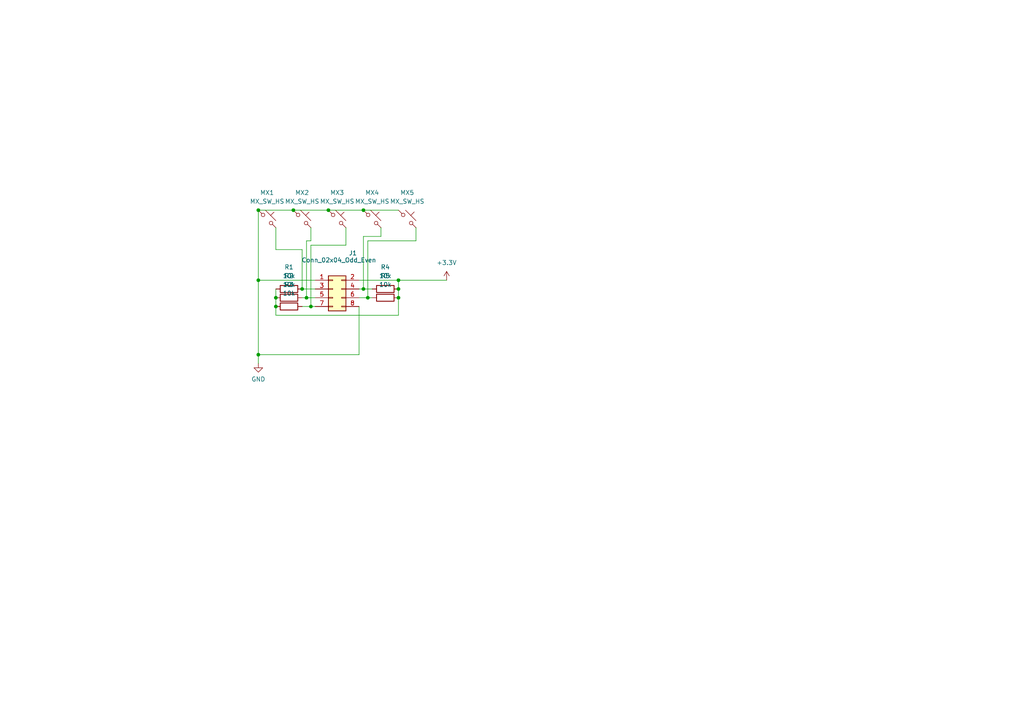
<source format=kicad_sch>
(kicad_sch
	(version 20250114)
	(generator "eeschema")
	(generator_version "9.0")
	(uuid "30781491-dbd5-4182-9b32-4fd32e681420")
	(paper "A4")
	(lib_symbols
		(symbol "Connector_Generic:Conn_02x04_Odd_Even"
			(pin_names
				(offset 1.016)
				(hide yes)
			)
			(exclude_from_sim no)
			(in_bom yes)
			(on_board yes)
			(property "Reference" "J"
				(at 1.27 5.08 0)
				(effects
					(font
						(size 1.27 1.27)
					)
				)
			)
			(property "Value" "Conn_02x04_Odd_Even"
				(at 1.27 -7.62 0)
				(effects
					(font
						(size 1.27 1.27)
					)
				)
			)
			(property "Footprint" ""
				(at 0 0 0)
				(effects
					(font
						(size 1.27 1.27)
					)
					(hide yes)
				)
			)
			(property "Datasheet" "~"
				(at 0 0 0)
				(effects
					(font
						(size 1.27 1.27)
					)
					(hide yes)
				)
			)
			(property "Description" "Generic connector, double row, 02x04, odd/even pin numbering scheme (row 1 odd numbers, row 2 even numbers), script generated (kicad-library-utils/schlib/autogen/connector/)"
				(at 0 0 0)
				(effects
					(font
						(size 1.27 1.27)
					)
					(hide yes)
				)
			)
			(property "ki_keywords" "connector"
				(at 0 0 0)
				(effects
					(font
						(size 1.27 1.27)
					)
					(hide yes)
				)
			)
			(property "ki_fp_filters" "Connector*:*_2x??_*"
				(at 0 0 0)
				(effects
					(font
						(size 1.27 1.27)
					)
					(hide yes)
				)
			)
			(symbol "Conn_02x04_Odd_Even_1_1"
				(rectangle
					(start -1.27 3.81)
					(end 3.81 -6.35)
					(stroke
						(width 0.254)
						(type default)
					)
					(fill
						(type background)
					)
				)
				(rectangle
					(start -1.27 2.667)
					(end 0 2.413)
					(stroke
						(width 0.1524)
						(type default)
					)
					(fill
						(type none)
					)
				)
				(rectangle
					(start -1.27 0.127)
					(end 0 -0.127)
					(stroke
						(width 0.1524)
						(type default)
					)
					(fill
						(type none)
					)
				)
				(rectangle
					(start -1.27 -2.413)
					(end 0 -2.667)
					(stroke
						(width 0.1524)
						(type default)
					)
					(fill
						(type none)
					)
				)
				(rectangle
					(start -1.27 -4.953)
					(end 0 -5.207)
					(stroke
						(width 0.1524)
						(type default)
					)
					(fill
						(type none)
					)
				)
				(rectangle
					(start 3.81 2.667)
					(end 2.54 2.413)
					(stroke
						(width 0.1524)
						(type default)
					)
					(fill
						(type none)
					)
				)
				(rectangle
					(start 3.81 0.127)
					(end 2.54 -0.127)
					(stroke
						(width 0.1524)
						(type default)
					)
					(fill
						(type none)
					)
				)
				(rectangle
					(start 3.81 -2.413)
					(end 2.54 -2.667)
					(stroke
						(width 0.1524)
						(type default)
					)
					(fill
						(type none)
					)
				)
				(rectangle
					(start 3.81 -4.953)
					(end 2.54 -5.207)
					(stroke
						(width 0.1524)
						(type default)
					)
					(fill
						(type none)
					)
				)
				(pin passive line
					(at -5.08 2.54 0)
					(length 3.81)
					(name "Pin_1"
						(effects
							(font
								(size 1.27 1.27)
							)
						)
					)
					(number "1"
						(effects
							(font
								(size 1.27 1.27)
							)
						)
					)
				)
				(pin passive line
					(at -5.08 0 0)
					(length 3.81)
					(name "Pin_3"
						(effects
							(font
								(size 1.27 1.27)
							)
						)
					)
					(number "3"
						(effects
							(font
								(size 1.27 1.27)
							)
						)
					)
				)
				(pin passive line
					(at -5.08 -2.54 0)
					(length 3.81)
					(name "Pin_5"
						(effects
							(font
								(size 1.27 1.27)
							)
						)
					)
					(number "5"
						(effects
							(font
								(size 1.27 1.27)
							)
						)
					)
				)
				(pin passive line
					(at -5.08 -5.08 0)
					(length 3.81)
					(name "Pin_7"
						(effects
							(font
								(size 1.27 1.27)
							)
						)
					)
					(number "7"
						(effects
							(font
								(size 1.27 1.27)
							)
						)
					)
				)
				(pin passive line
					(at 7.62 2.54 180)
					(length 3.81)
					(name "Pin_2"
						(effects
							(font
								(size 1.27 1.27)
							)
						)
					)
					(number "2"
						(effects
							(font
								(size 1.27 1.27)
							)
						)
					)
				)
				(pin passive line
					(at 7.62 0 180)
					(length 3.81)
					(name "Pin_4"
						(effects
							(font
								(size 1.27 1.27)
							)
						)
					)
					(number "4"
						(effects
							(font
								(size 1.27 1.27)
							)
						)
					)
				)
				(pin passive line
					(at 7.62 -2.54 180)
					(length 3.81)
					(name "Pin_6"
						(effects
							(font
								(size 1.27 1.27)
							)
						)
					)
					(number "6"
						(effects
							(font
								(size 1.27 1.27)
							)
						)
					)
				)
				(pin passive line
					(at 7.62 -5.08 180)
					(length 3.81)
					(name "Pin_8"
						(effects
							(font
								(size 1.27 1.27)
							)
						)
					)
					(number "8"
						(effects
							(font
								(size 1.27 1.27)
							)
						)
					)
				)
			)
			(embedded_fonts no)
		)
		(symbol "Device:R"
			(pin_numbers
				(hide yes)
			)
			(pin_names
				(offset 0)
			)
			(exclude_from_sim no)
			(in_bom yes)
			(on_board yes)
			(property "Reference" "R"
				(at 2.032 0 90)
				(effects
					(font
						(size 1.27 1.27)
					)
				)
			)
			(property "Value" "R"
				(at 0 0 90)
				(effects
					(font
						(size 1.27 1.27)
					)
				)
			)
			(property "Footprint" ""
				(at -1.778 0 90)
				(effects
					(font
						(size 1.27 1.27)
					)
					(hide yes)
				)
			)
			(property "Datasheet" "~"
				(at 0 0 0)
				(effects
					(font
						(size 1.27 1.27)
					)
					(hide yes)
				)
			)
			(property "Description" "Resistor"
				(at 0 0 0)
				(effects
					(font
						(size 1.27 1.27)
					)
					(hide yes)
				)
			)
			(property "ki_keywords" "R res resistor"
				(at 0 0 0)
				(effects
					(font
						(size 1.27 1.27)
					)
					(hide yes)
				)
			)
			(property "ki_fp_filters" "R_*"
				(at 0 0 0)
				(effects
					(font
						(size 1.27 1.27)
					)
					(hide yes)
				)
			)
			(symbol "R_0_1"
				(rectangle
					(start -1.016 -2.54)
					(end 1.016 2.54)
					(stroke
						(width 0.254)
						(type default)
					)
					(fill
						(type none)
					)
				)
			)
			(symbol "R_1_1"
				(pin passive line
					(at 0 3.81 270)
					(length 1.27)
					(name "~"
						(effects
							(font
								(size 1.27 1.27)
							)
						)
					)
					(number "1"
						(effects
							(font
								(size 1.27 1.27)
							)
						)
					)
				)
				(pin passive line
					(at 0 -3.81 90)
					(length 1.27)
					(name "~"
						(effects
							(font
								(size 1.27 1.27)
							)
						)
					)
					(number "2"
						(effects
							(font
								(size 1.27 1.27)
							)
						)
					)
				)
			)
			(embedded_fonts no)
		)
		(symbol "PCM_marbastlib-mx:MX_SW_HS_CPG151101S11"
			(pin_numbers
				(hide yes)
			)
			(pin_names
				(offset 1.016)
				(hide yes)
			)
			(exclude_from_sim no)
			(in_bom yes)
			(on_board yes)
			(property "Reference" "MX"
				(at 3.048 1.016 0)
				(effects
					(font
						(size 1.27 1.27)
					)
					(justify left)
				)
			)
			(property "Value" "MX_SW_HS"
				(at 0 -3.81 0)
				(effects
					(font
						(size 1.27 1.27)
					)
				)
			)
			(property "Footprint" "PCM_marbastlib-mx:SW_MX_HS_CPG151101S11_1u"
				(at 0 0 0)
				(effects
					(font
						(size 1.27 1.27)
					)
					(hide yes)
				)
			)
			(property "Datasheet" "~"
				(at 0 0 0)
				(effects
					(font
						(size 1.27 1.27)
					)
					(hide yes)
				)
			)
			(property "Description" "Push button switch, normally open, two pins, 45° tilted, Kailh CPG151101S11 for Cherry MX style switches"
				(at 0 0 0)
				(effects
					(font
						(size 1.27 1.27)
					)
					(hide yes)
				)
			)
			(property "ki_keywords" "switch normally-open pushbutton push-button"
				(at 0 0 0)
				(effects
					(font
						(size 1.27 1.27)
					)
					(hide yes)
				)
			)
			(symbol "MX_SW_HS_CPG151101S11_0_1"
				(polyline
					(pts
						(xy -2.54 2.54) (xy -1.524 1.524) (xy -1.524 1.524)
					)
					(stroke
						(width 0)
						(type default)
					)
					(fill
						(type none)
					)
				)
				(circle
					(center -1.1684 1.1684)
					(radius 0.508)
					(stroke
						(width 0)
						(type default)
					)
					(fill
						(type none)
					)
				)
				(polyline
					(pts
						(xy -0.508 2.54) (xy 2.54 -0.508)
					)
					(stroke
						(width 0)
						(type default)
					)
					(fill
						(type none)
					)
				)
				(polyline
					(pts
						(xy 1.016 1.016) (xy 2.032 2.032)
					)
					(stroke
						(width 0)
						(type default)
					)
					(fill
						(type none)
					)
				)
				(circle
					(center 1.143 -1.1938)
					(radius 0.508)
					(stroke
						(width 0)
						(type default)
					)
					(fill
						(type none)
					)
				)
				(polyline
					(pts
						(xy 1.524 -1.524) (xy 2.54 -2.54) (xy 2.54 -2.54) (xy 2.54 -2.54)
					)
					(stroke
						(width 0)
						(type default)
					)
					(fill
						(type none)
					)
				)
				(pin passive line
					(at -2.54 2.54 0)
					(length 0)
					(name "1"
						(effects
							(font
								(size 1.27 1.27)
							)
						)
					)
					(number "1"
						(effects
							(font
								(size 1.27 1.27)
							)
						)
					)
				)
				(pin passive line
					(at 2.54 -2.54 180)
					(length 0)
					(name "2"
						(effects
							(font
								(size 1.27 1.27)
							)
						)
					)
					(number "2"
						(effects
							(font
								(size 1.27 1.27)
							)
						)
					)
				)
			)
			(embedded_fonts no)
		)
		(symbol "power:+3.3V"
			(power)
			(pin_numbers
				(hide yes)
			)
			(pin_names
				(offset 0)
				(hide yes)
			)
			(exclude_from_sim no)
			(in_bom yes)
			(on_board yes)
			(property "Reference" "#PWR"
				(at 0 -3.81 0)
				(effects
					(font
						(size 1.27 1.27)
					)
					(hide yes)
				)
			)
			(property "Value" "+3.3V"
				(at 0 3.556 0)
				(effects
					(font
						(size 1.27 1.27)
					)
				)
			)
			(property "Footprint" ""
				(at 0 0 0)
				(effects
					(font
						(size 1.27 1.27)
					)
					(hide yes)
				)
			)
			(property "Datasheet" ""
				(at 0 0 0)
				(effects
					(font
						(size 1.27 1.27)
					)
					(hide yes)
				)
			)
			(property "Description" "Power symbol creates a global label with name \"+3.3V\""
				(at 0 0 0)
				(effects
					(font
						(size 1.27 1.27)
					)
					(hide yes)
				)
			)
			(property "ki_keywords" "global power"
				(at 0 0 0)
				(effects
					(font
						(size 1.27 1.27)
					)
					(hide yes)
				)
			)
			(symbol "+3.3V_0_1"
				(polyline
					(pts
						(xy -0.762 1.27) (xy 0 2.54)
					)
					(stroke
						(width 0)
						(type default)
					)
					(fill
						(type none)
					)
				)
				(polyline
					(pts
						(xy 0 2.54) (xy 0.762 1.27)
					)
					(stroke
						(width 0)
						(type default)
					)
					(fill
						(type none)
					)
				)
				(polyline
					(pts
						(xy 0 0) (xy 0 2.54)
					)
					(stroke
						(width 0)
						(type default)
					)
					(fill
						(type none)
					)
				)
			)
			(symbol "+3.3V_1_1"
				(pin power_in line
					(at 0 0 90)
					(length 0)
					(name "~"
						(effects
							(font
								(size 1.27 1.27)
							)
						)
					)
					(number "1"
						(effects
							(font
								(size 1.27 1.27)
							)
						)
					)
				)
			)
			(embedded_fonts no)
		)
		(symbol "power:GND"
			(power)
			(pin_numbers
				(hide yes)
			)
			(pin_names
				(offset 0)
				(hide yes)
			)
			(exclude_from_sim no)
			(in_bom yes)
			(on_board yes)
			(property "Reference" "#PWR"
				(at 0 -6.35 0)
				(effects
					(font
						(size 1.27 1.27)
					)
					(hide yes)
				)
			)
			(property "Value" "GND"
				(at 0 -3.81 0)
				(effects
					(font
						(size 1.27 1.27)
					)
				)
			)
			(property "Footprint" ""
				(at 0 0 0)
				(effects
					(font
						(size 1.27 1.27)
					)
					(hide yes)
				)
			)
			(property "Datasheet" ""
				(at 0 0 0)
				(effects
					(font
						(size 1.27 1.27)
					)
					(hide yes)
				)
			)
			(property "Description" "Power symbol creates a global label with name \"GND\" , ground"
				(at 0 0 0)
				(effects
					(font
						(size 1.27 1.27)
					)
					(hide yes)
				)
			)
			(property "ki_keywords" "global power"
				(at 0 0 0)
				(effects
					(font
						(size 1.27 1.27)
					)
					(hide yes)
				)
			)
			(symbol "GND_0_1"
				(polyline
					(pts
						(xy 0 0) (xy 0 -1.27) (xy 1.27 -1.27) (xy 0 -2.54) (xy -1.27 -1.27) (xy 0 -1.27)
					)
					(stroke
						(width 0)
						(type default)
					)
					(fill
						(type none)
					)
				)
			)
			(symbol "GND_1_1"
				(pin power_in line
					(at 0 0 270)
					(length 0)
					(name "~"
						(effects
							(font
								(size 1.27 1.27)
							)
						)
					)
					(number "1"
						(effects
							(font
								(size 1.27 1.27)
							)
						)
					)
				)
			)
			(embedded_fonts no)
		)
	)
	(junction
		(at 105.41 83.82)
		(diameter 0)
		(color 0 0 0 0)
		(uuid "1a1c0bc9-74dd-4083-95f0-655f3e82e55b")
	)
	(junction
		(at 106.68 86.36)
		(diameter 0)
		(color 0 0 0 0)
		(uuid "200d5750-9634-4341-a2cb-d8f3b6275029")
	)
	(junction
		(at 80.01 86.36)
		(diameter 0)
		(color 0 0 0 0)
		(uuid "6b96a83e-842c-4431-b9b1-843b57066565")
	)
	(junction
		(at 90.17 88.9)
		(diameter 0)
		(color 0 0 0 0)
		(uuid "6d893d8e-f271-4bab-b5af-165125fadd7b")
	)
	(junction
		(at 115.57 86.36)
		(diameter 0)
		(color 0 0 0 0)
		(uuid "6f984247-1c45-4917-ae47-5a61780dd40e")
	)
	(junction
		(at 88.9 86.36)
		(diameter 0)
		(color 0 0 0 0)
		(uuid "73f6400b-bd43-41f7-866d-611c63e5ea41")
	)
	(junction
		(at 115.57 83.82)
		(diameter 0)
		(color 0 0 0 0)
		(uuid "7c036770-13b3-4532-b1e1-a308eb6f74f0")
	)
	(junction
		(at 74.93 81.28)
		(diameter 0)
		(color 0 0 0 0)
		(uuid "890be3a3-a745-4ef7-a2cc-21e5de2485b1")
	)
	(junction
		(at 74.93 60.96)
		(diameter 0)
		(color 0 0 0 0)
		(uuid "afbd8c7c-0fa7-4a98-b8b8-72a4d7e03b13")
	)
	(junction
		(at 105.41 60.96)
		(diameter 0)
		(color 0 0 0 0)
		(uuid "b841670d-bd1e-4f9b-83a2-c7ea6752780c")
	)
	(junction
		(at 80.01 88.9)
		(diameter 0)
		(color 0 0 0 0)
		(uuid "b9937786-df75-4823-9eb1-6a78b86c878e")
	)
	(junction
		(at 95.25 60.96)
		(diameter 0)
		(color 0 0 0 0)
		(uuid "c86b4cfe-b9f3-4a73-8f42-2111c329b4d1")
	)
	(junction
		(at 74.93 102.87)
		(diameter 0)
		(color 0 0 0 0)
		(uuid "c9a0d120-027a-498c-848c-713784e546bb")
	)
	(junction
		(at 85.09 60.96)
		(diameter 0)
		(color 0 0 0 0)
		(uuid "e2f48749-7f17-427e-bb1f-b850eeda7c82")
	)
	(junction
		(at 115.57 81.28)
		(diameter 0)
		(color 0 0 0 0)
		(uuid "f98187d5-4b31-46c0-8d5e-fe11373aabaf")
	)
	(junction
		(at 87.63 83.82)
		(diameter 0)
		(color 0 0 0 0)
		(uuid "fba69325-afb8-48c1-ae71-c2feb4e80378")
	)
	(wire
		(pts
			(xy 95.25 60.96) (xy 105.41 60.96)
		)
		(stroke
			(width 0)
			(type default)
		)
		(uuid "004c67a0-89fc-4baa-a0df-2260453b643f")
	)
	(wire
		(pts
			(xy 80.01 66.04) (xy 80.01 72.39)
		)
		(stroke
			(width 0)
			(type default)
		)
		(uuid "0518e0e0-383a-408b-8a31-9fffff5e1cdc")
	)
	(wire
		(pts
			(xy 88.9 69.85) (xy 88.9 86.36)
		)
		(stroke
			(width 0)
			(type default)
		)
		(uuid "13c963fd-134f-40c5-b24a-01945523e78b")
	)
	(wire
		(pts
			(xy 105.41 68.58) (xy 105.41 83.82)
		)
		(stroke
			(width 0)
			(type default)
		)
		(uuid "17f745cc-be71-4688-ad1c-ba84e82c81dd")
	)
	(wire
		(pts
			(xy 100.33 71.12) (xy 90.17 71.12)
		)
		(stroke
			(width 0)
			(type default)
		)
		(uuid "191f2cd9-06c8-4cb3-a1db-d9bb508d06b4")
	)
	(wire
		(pts
			(xy 104.14 81.28) (xy 115.57 81.28)
		)
		(stroke
			(width 0)
			(type default)
		)
		(uuid "1d800c00-fb3c-491f-95f2-dc77163f9fbf")
	)
	(wire
		(pts
			(xy 104.14 86.36) (xy 106.68 86.36)
		)
		(stroke
			(width 0)
			(type default)
		)
		(uuid "1f9300ee-37c0-4f7e-9dd0-463bfa61752d")
	)
	(wire
		(pts
			(xy 104.14 102.87) (xy 104.14 88.9)
		)
		(stroke
			(width 0)
			(type default)
		)
		(uuid "2561f65b-2279-4f76-8dd8-a1fa5ba979c3")
	)
	(wire
		(pts
			(xy 74.93 60.96) (xy 85.09 60.96)
		)
		(stroke
			(width 0)
			(type default)
		)
		(uuid "2891e8c1-af26-41b8-8520-dbc69460080b")
	)
	(wire
		(pts
			(xy 106.68 86.36) (xy 107.95 86.36)
		)
		(stroke
			(width 0)
			(type default)
		)
		(uuid "2e80911a-4795-4143-b31e-1d073dd18de1")
	)
	(wire
		(pts
			(xy 115.57 81.28) (xy 129.54 81.28)
		)
		(stroke
			(width 0)
			(type default)
		)
		(uuid "3070c8f3-e4da-461b-a6e3-12fbc87bee22")
	)
	(wire
		(pts
			(xy 74.93 60.96) (xy 74.93 81.28)
		)
		(stroke
			(width 0)
			(type default)
		)
		(uuid "330ef80a-c69c-4cd0-8806-a26100a9e7ef")
	)
	(wire
		(pts
			(xy 80.01 91.44) (xy 115.57 91.44)
		)
		(stroke
			(width 0)
			(type default)
		)
		(uuid "383a8e8e-5b52-4fa0-8986-2ae45fc8f06e")
	)
	(wire
		(pts
			(xy 106.68 69.85) (xy 106.68 86.36)
		)
		(stroke
			(width 0)
			(type default)
		)
		(uuid "4742c7b2-371b-4cc4-87bb-187737cfc8b0")
	)
	(wire
		(pts
			(xy 88.9 86.36) (xy 91.44 86.36)
		)
		(stroke
			(width 0)
			(type default)
		)
		(uuid "4838568d-b346-42f1-9dfb-3912820c0a37")
	)
	(wire
		(pts
			(xy 105.41 60.96) (xy 115.57 60.96)
		)
		(stroke
			(width 0)
			(type default)
		)
		(uuid "4c0f334a-ea74-4a4a-8b2a-dbfb62ca4cf5")
	)
	(wire
		(pts
			(xy 80.01 88.9) (xy 80.01 91.44)
		)
		(stroke
			(width 0)
			(type default)
		)
		(uuid "51b9eb4a-dff0-4fad-8e75-108ac75be70e")
	)
	(wire
		(pts
			(xy 120.65 69.85) (xy 120.65 66.04)
		)
		(stroke
			(width 0)
			(type default)
		)
		(uuid "556bc9e8-fe52-4f43-8318-83e00843b01a")
	)
	(wire
		(pts
			(xy 80.01 83.82) (xy 80.01 86.36)
		)
		(stroke
			(width 0)
			(type default)
		)
		(uuid "6d74a88e-3122-47e6-8ea1-8b87000995b3")
	)
	(wire
		(pts
			(xy 85.09 60.96) (xy 95.25 60.96)
		)
		(stroke
			(width 0)
			(type default)
		)
		(uuid "6d92d323-8fb3-4449-9070-b2af7ed564dd")
	)
	(wire
		(pts
			(xy 106.68 69.85) (xy 120.65 69.85)
		)
		(stroke
			(width 0)
			(type default)
		)
		(uuid "6e46cc9c-3b05-4334-9dad-4f2a7470687c")
	)
	(wire
		(pts
			(xy 87.63 83.82) (xy 91.44 83.82)
		)
		(stroke
			(width 0)
			(type default)
		)
		(uuid "6ee3028e-c025-4367-9ab2-376cb08855c5")
	)
	(wire
		(pts
			(xy 80.01 86.36) (xy 80.01 88.9)
		)
		(stroke
			(width 0)
			(type default)
		)
		(uuid "6f364fb7-dca9-43a1-aa9e-ef6a4f0faa90")
	)
	(wire
		(pts
			(xy 74.93 81.28) (xy 74.93 102.87)
		)
		(stroke
			(width 0)
			(type default)
		)
		(uuid "6f96c315-548e-469c-8133-98ce1c2d0715")
	)
	(wire
		(pts
			(xy 90.17 69.85) (xy 90.17 66.04)
		)
		(stroke
			(width 0)
			(type default)
		)
		(uuid "79fcb236-7642-4b8a-a86a-2da9925ce8ac")
	)
	(wire
		(pts
			(xy 80.01 72.39) (xy 87.63 72.39)
		)
		(stroke
			(width 0)
			(type default)
		)
		(uuid "9f365546-595a-4a2a-b3cb-5319eeb9d28f")
	)
	(wire
		(pts
			(xy 105.41 83.82) (xy 104.14 83.82)
		)
		(stroke
			(width 0)
			(type default)
		)
		(uuid "a81c87be-064c-415a-b2d5-fc8275db05a0")
	)
	(wire
		(pts
			(xy 115.57 86.36) (xy 115.57 91.44)
		)
		(stroke
			(width 0)
			(type default)
		)
		(uuid "a95b34f9-b457-4322-9d7f-cd4e887f23d7")
	)
	(wire
		(pts
			(xy 88.9 69.85) (xy 90.17 69.85)
		)
		(stroke
			(width 0)
			(type default)
		)
		(uuid "aa1ee177-266c-4a8b-b8e0-9c6ec597a1a2")
	)
	(wire
		(pts
			(xy 74.93 102.87) (xy 104.14 102.87)
		)
		(stroke
			(width 0)
			(type default)
		)
		(uuid "b9f37878-9aaf-4bbf-9418-c2346e6771dc")
	)
	(wire
		(pts
			(xy 110.49 68.58) (xy 105.41 68.58)
		)
		(stroke
			(width 0)
			(type default)
		)
		(uuid "c23aac07-23ab-4854-b65a-c42673fc6972")
	)
	(wire
		(pts
			(xy 90.17 71.12) (xy 90.17 88.9)
		)
		(stroke
			(width 0)
			(type default)
		)
		(uuid "ca845975-3794-47f0-9da4-044a3e97148a")
	)
	(wire
		(pts
			(xy 110.49 66.04) (xy 110.49 68.58)
		)
		(stroke
			(width 0)
			(type default)
		)
		(uuid "d0845585-8370-4453-8878-0be957ebb6ca")
	)
	(wire
		(pts
			(xy 74.93 81.28) (xy 91.44 81.28)
		)
		(stroke
			(width 0)
			(type default)
		)
		(uuid "d883dc00-411c-4c86-892c-10082ee8f1b0")
	)
	(wire
		(pts
			(xy 100.33 66.04) (xy 100.33 71.12)
		)
		(stroke
			(width 0)
			(type default)
		)
		(uuid "db9812a8-4c52-429d-b526-e55f84f3b822")
	)
	(wire
		(pts
			(xy 87.63 86.36) (xy 88.9 86.36)
		)
		(stroke
			(width 0)
			(type default)
		)
		(uuid "dc920857-d9a5-4286-84a3-bbf4f298c15d")
	)
	(wire
		(pts
			(xy 115.57 83.82) (xy 115.57 86.36)
		)
		(stroke
			(width 0)
			(type default)
		)
		(uuid "df2b1346-946c-4329-8a1c-64339ab633df")
	)
	(wire
		(pts
			(xy 74.93 105.41) (xy 74.93 102.87)
		)
		(stroke
			(width 0)
			(type default)
		)
		(uuid "e17c5d7b-7e10-4d60-812a-fd114113c1d7")
	)
	(wire
		(pts
			(xy 107.95 83.82) (xy 105.41 83.82)
		)
		(stroke
			(width 0)
			(type default)
		)
		(uuid "e35c64cf-2586-4b64-9dee-8e01b3c53627")
	)
	(wire
		(pts
			(xy 90.17 88.9) (xy 91.44 88.9)
		)
		(stroke
			(width 0)
			(type default)
		)
		(uuid "e619604d-de31-4da8-858c-315711c04930")
	)
	(wire
		(pts
			(xy 87.63 72.39) (xy 87.63 83.82)
		)
		(stroke
			(width 0)
			(type default)
		)
		(uuid "f55b469b-4994-414c-a1f9-202fb08c9aae")
	)
	(wire
		(pts
			(xy 115.57 81.28) (xy 115.57 83.82)
		)
		(stroke
			(width 0)
			(type default)
		)
		(uuid "f90e3966-f8b7-4067-a011-72a9a09398b9")
	)
	(wire
		(pts
			(xy 87.63 88.9) (xy 90.17 88.9)
		)
		(stroke
			(width 0)
			(type default)
		)
		(uuid "fe09977a-a2cd-4adc-9d4e-b0203c9c3f85")
	)
	(symbol
		(lib_id "PCM_marbastlib-mx:MX_SW_HS_CPG151101S11")
		(at 87.63 63.5 0)
		(unit 1)
		(exclude_from_sim no)
		(in_bom yes)
		(on_board yes)
		(dnp no)
		(fields_autoplaced yes)
		(uuid "1a308912-df6c-4695-b34e-46b4bbc1349d")
		(property "Reference" "MX2"
			(at 87.63 55.88 0)
			(effects
				(font
					(size 1.27 1.27)
				)
			)
		)
		(property "Value" "MX_SW_HS"
			(at 87.63 58.42 0)
			(effects
				(font
					(size 1.27 1.27)
				)
			)
		)
		(property "Footprint" "PCM_marbastlib-mx:SW_MX_HS_CPG151101S11_1u"
			(at 87.63 63.5 0)
			(effects
				(font
					(size 1.27 1.27)
				)
				(hide yes)
			)
		)
		(property "Datasheet" "~"
			(at 87.63 63.5 0)
			(effects
				(font
					(size 1.27 1.27)
				)
				(hide yes)
			)
		)
		(property "Description" "Push button switch, normally open, two pins, 45° tilted, Kailh CPG151101S11 for Cherry MX style switches"
			(at 87.63 63.5 0)
			(effects
				(font
					(size 1.27 1.27)
				)
				(hide yes)
			)
		)
		(pin "2"
			(uuid "f783bf02-7413-4136-8a47-c15044476ba7")
		)
		(pin "1"
			(uuid "64905b00-9c1f-4a23-8556-6aecf7c0055e")
		)
		(instances
			(project "midi_button"
				(path "/30781491-dbd5-4182-9b32-4fd32e681420"
					(reference "MX2")
					(unit 1)
				)
			)
		)
	)
	(symbol
		(lib_id "power:+3.3V")
		(at 129.54 81.28 0)
		(unit 1)
		(exclude_from_sim no)
		(in_bom yes)
		(on_board yes)
		(dnp no)
		(fields_autoplaced yes)
		(uuid "3dd4c618-0100-4292-97c6-ba333005822f")
		(property "Reference" "#PWR01"
			(at 129.54 85.09 0)
			(effects
				(font
					(size 1.27 1.27)
				)
				(hide yes)
			)
		)
		(property "Value" "+3.3V"
			(at 129.54 76.2 0)
			(effects
				(font
					(size 1.27 1.27)
				)
			)
		)
		(property "Footprint" ""
			(at 129.54 81.28 0)
			(effects
				(font
					(size 1.27 1.27)
				)
				(hide yes)
			)
		)
		(property "Datasheet" ""
			(at 129.54 81.28 0)
			(effects
				(font
					(size 1.27 1.27)
				)
				(hide yes)
			)
		)
		(property "Description" "Power symbol creates a global label with name \"+3.3V\""
			(at 129.54 81.28 0)
			(effects
				(font
					(size 1.27 1.27)
				)
				(hide yes)
			)
		)
		(pin "1"
			(uuid "fc4dfd69-4b7a-4945-b1a0-c71827fdec7c")
		)
		(instances
			(project ""
				(path "/30781491-dbd5-4182-9b32-4fd32e681420"
					(reference "#PWR01")
					(unit 1)
				)
			)
		)
	)
	(symbol
		(lib_id "Device:R")
		(at 111.76 86.36 90)
		(unit 1)
		(exclude_from_sim no)
		(in_bom yes)
		(on_board yes)
		(dnp no)
		(fields_autoplaced yes)
		(uuid "4645da66-c2eb-44be-9e53-437b661bd645")
		(property "Reference" "R5"
			(at 111.76 80.01 90)
			(effects
				(font
					(size 1.27 1.27)
				)
			)
		)
		(property "Value" "10k"
			(at 111.76 82.55 90)
			(effects
				(font
					(size 1.27 1.27)
				)
			)
		)
		(property "Footprint" "Resistor_THT:R_Axial_DIN0207_L6.3mm_D2.5mm_P7.62mm_Horizontal"
			(at 111.76 88.138 90)
			(effects
				(font
					(size 1.27 1.27)
				)
				(hide yes)
			)
		)
		(property "Datasheet" "~"
			(at 111.76 86.36 0)
			(effects
				(font
					(size 1.27 1.27)
				)
				(hide yes)
			)
		)
		(property "Description" "Resistor"
			(at 111.76 86.36 0)
			(effects
				(font
					(size 1.27 1.27)
				)
				(hide yes)
			)
		)
		(pin "1"
			(uuid "9e1ccf92-e0a4-491f-9b39-7a1986832b4c")
		)
		(pin "2"
			(uuid "2f618697-a26e-42e2-89de-70980742e3a6")
		)
		(instances
			(project "midi_button"
				(path "/30781491-dbd5-4182-9b32-4fd32e681420"
					(reference "R5")
					(unit 1)
				)
			)
		)
	)
	(symbol
		(lib_id "PCM_marbastlib-mx:MX_SW_HS_CPG151101S11")
		(at 107.95 63.5 0)
		(unit 1)
		(exclude_from_sim no)
		(in_bom yes)
		(on_board yes)
		(dnp no)
		(fields_autoplaced yes)
		(uuid "4ad64618-2d41-42c4-8bf6-bdfee8299d3c")
		(property "Reference" "MX4"
			(at 107.95 55.88 0)
			(effects
				(font
					(size 1.27 1.27)
				)
			)
		)
		(property "Value" "MX_SW_HS"
			(at 107.95 58.42 0)
			(effects
				(font
					(size 1.27 1.27)
				)
			)
		)
		(property "Footprint" "PCM_marbastlib-mx:SW_MX_HS_CPG151101S11_1u"
			(at 107.95 63.5 0)
			(effects
				(font
					(size 1.27 1.27)
				)
				(hide yes)
			)
		)
		(property "Datasheet" "~"
			(at 107.95 63.5 0)
			(effects
				(font
					(size 1.27 1.27)
				)
				(hide yes)
			)
		)
		(property "Description" "Push button switch, normally open, two pins, 45° tilted, Kailh CPG151101S11 for Cherry MX style switches"
			(at 107.95 63.5 0)
			(effects
				(font
					(size 1.27 1.27)
				)
				(hide yes)
			)
		)
		(pin "2"
			(uuid "a9c81dc1-c2de-4c36-8bd7-9ec131c7b9d3")
		)
		(pin "1"
			(uuid "d9e18dd1-ba2b-4ab9-a0db-3cf13f8ae647")
		)
		(instances
			(project "midi_button"
				(path "/30781491-dbd5-4182-9b32-4fd32e681420"
					(reference "MX4")
					(unit 1)
				)
			)
		)
	)
	(symbol
		(lib_id "Device:R")
		(at 83.82 88.9 90)
		(unit 1)
		(exclude_from_sim no)
		(in_bom yes)
		(on_board yes)
		(dnp no)
		(fields_autoplaced yes)
		(uuid "67f77583-0deb-4160-b9a5-882a7e6799c3")
		(property "Reference" "R3"
			(at 83.82 82.55 90)
			(effects
				(font
					(size 1.27 1.27)
				)
			)
		)
		(property "Value" "10k"
			(at 83.82 85.09 90)
			(effects
				(font
					(size 1.27 1.27)
				)
			)
		)
		(property "Footprint" "Resistor_THT:R_Axial_DIN0207_L6.3mm_D2.5mm_P7.62mm_Horizontal"
			(at 83.82 90.678 90)
			(effects
				(font
					(size 1.27 1.27)
				)
				(hide yes)
			)
		)
		(property "Datasheet" "~"
			(at 83.82 88.9 0)
			(effects
				(font
					(size 1.27 1.27)
				)
				(hide yes)
			)
		)
		(property "Description" "Resistor"
			(at 83.82 88.9 0)
			(effects
				(font
					(size 1.27 1.27)
				)
				(hide yes)
			)
		)
		(pin "1"
			(uuid "8fcfb8d6-d281-4882-824f-fae4a27b276c")
		)
		(pin "2"
			(uuid "1bcdeb56-2a66-4c7c-9bdd-ca9166d79c94")
		)
		(instances
			(project "midi_button"
				(path "/30781491-dbd5-4182-9b32-4fd32e681420"
					(reference "R3")
					(unit 1)
				)
			)
		)
	)
	(symbol
		(lib_id "PCM_marbastlib-mx:MX_SW_HS_CPG151101S11")
		(at 97.79 63.5 0)
		(unit 1)
		(exclude_from_sim no)
		(in_bom yes)
		(on_board yes)
		(dnp no)
		(fields_autoplaced yes)
		(uuid "7f9be50b-960a-4811-bb5a-aa874cca20e7")
		(property "Reference" "MX3"
			(at 97.79 55.88 0)
			(effects
				(font
					(size 1.27 1.27)
				)
			)
		)
		(property "Value" "MX_SW_HS"
			(at 97.79 58.42 0)
			(effects
				(font
					(size 1.27 1.27)
				)
			)
		)
		(property "Footprint" "PCM_marbastlib-mx:SW_MX_HS_CPG151101S11_1u"
			(at 97.79 63.5 0)
			(effects
				(font
					(size 1.27 1.27)
				)
				(hide yes)
			)
		)
		(property "Datasheet" "~"
			(at 97.79 63.5 0)
			(effects
				(font
					(size 1.27 1.27)
				)
				(hide yes)
			)
		)
		(property "Description" "Push button switch, normally open, two pins, 45° tilted, Kailh CPG151101S11 for Cherry MX style switches"
			(at 97.79 63.5 0)
			(effects
				(font
					(size 1.27 1.27)
				)
				(hide yes)
			)
		)
		(pin "2"
			(uuid "2a98b1b9-b3e6-4c80-9fdd-e0136b68dc5c")
		)
		(pin "1"
			(uuid "0fdc988f-d090-4f98-994a-1719e17658e1")
		)
		(instances
			(project "midi_button"
				(path "/30781491-dbd5-4182-9b32-4fd32e681420"
					(reference "MX3")
					(unit 1)
				)
			)
		)
	)
	(symbol
		(lib_id "power:GND")
		(at 74.93 105.41 0)
		(unit 1)
		(exclude_from_sim no)
		(in_bom yes)
		(on_board yes)
		(dnp no)
		(uuid "833c3dd9-0526-4e23-8b96-ae1f1e6d8a5e")
		(property "Reference" "#PWR02"
			(at 74.93 111.76 0)
			(effects
				(font
					(size 1.27 1.27)
				)
				(hide yes)
			)
		)
		(property "Value" "GND"
			(at 74.93 109.982 0)
			(effects
				(font
					(size 1.27 1.27)
				)
			)
		)
		(property "Footprint" ""
			(at 74.93 105.41 0)
			(effects
				(font
					(size 1.27 1.27)
				)
				(hide yes)
			)
		)
		(property "Datasheet" ""
			(at 74.93 105.41 0)
			(effects
				(font
					(size 1.27 1.27)
				)
				(hide yes)
			)
		)
		(property "Description" "Power symbol creates a global label with name \"GND\" , ground"
			(at 74.93 105.41 0)
			(effects
				(font
					(size 1.27 1.27)
				)
				(hide yes)
			)
		)
		(pin "1"
			(uuid "89238bf6-8294-46fc-9847-b6668864c2ac")
		)
		(instances
			(project ""
				(path "/30781491-dbd5-4182-9b32-4fd32e681420"
					(reference "#PWR02")
					(unit 1)
				)
			)
		)
	)
	(symbol
		(lib_id "Connector_Generic:Conn_02x04_Odd_Even")
		(at 96.52 83.82 0)
		(unit 1)
		(exclude_from_sim no)
		(in_bom yes)
		(on_board yes)
		(dnp no)
		(uuid "9a7889e0-bf34-4afd-8ba8-9f6da9e9c4f9")
		(property "Reference" "J1"
			(at 102.362 73.406 0)
			(effects
				(font
					(size 1.27 1.27)
				)
			)
		)
		(property "Value" "Conn_02x04_Odd_Even"
			(at 98.298 75.438 0)
			(effects
				(font
					(size 1.27 1.27)
				)
			)
		)
		(property "Footprint" "Stephen:MidiModuleBase"
			(at 96.52 83.82 0)
			(effects
				(font
					(size 1.27 1.27)
				)
				(hide yes)
			)
		)
		(property "Datasheet" "~"
			(at 96.52 83.82 0)
			(effects
				(font
					(size 1.27 1.27)
				)
				(hide yes)
			)
		)
		(property "Description" "Generic connector, double row, 02x04, odd/even pin numbering scheme (row 1 odd numbers, row 2 even numbers), script generated (kicad-library-utils/schlib/autogen/connector/)"
			(at 96.52 83.82 0)
			(effects
				(font
					(size 1.27 1.27)
				)
				(hide yes)
			)
		)
		(pin "5"
			(uuid "8422fac0-1c2e-4af8-a404-49aa25a223e0")
		)
		(pin "7"
			(uuid "29ebdbef-9eec-4267-9682-347e65d3464c")
		)
		(pin "3"
			(uuid "4f7b2a19-7964-4e13-bc72-6d42ee92db2c")
		)
		(pin "1"
			(uuid "89ff91b7-36e6-457e-938a-7cd1fef2c20e")
		)
		(pin "2"
			(uuid "fdbbdb2f-6254-4969-8ea8-86eb3d9d794a")
		)
		(pin "4"
			(uuid "6eb40a3a-4f37-46b1-9460-147e00593163")
		)
		(pin "6"
			(uuid "1b02573c-ea09-4364-92b5-04d36c700388")
		)
		(pin "8"
			(uuid "8f098330-2346-4c0c-95ce-acd509bef932")
		)
		(instances
			(project ""
				(path "/30781491-dbd5-4182-9b32-4fd32e681420"
					(reference "J1")
					(unit 1)
				)
			)
		)
	)
	(symbol
		(lib_id "Device:R")
		(at 111.76 83.82 90)
		(unit 1)
		(exclude_from_sim no)
		(in_bom yes)
		(on_board yes)
		(dnp no)
		(fields_autoplaced yes)
		(uuid "9aea891d-0f6e-4e9b-8d46-235eb3fc6d1d")
		(property "Reference" "R4"
			(at 111.76 77.47 90)
			(effects
				(font
					(size 1.27 1.27)
				)
			)
		)
		(property "Value" "10k"
			(at 111.76 80.01 90)
			(effects
				(font
					(size 1.27 1.27)
				)
			)
		)
		(property "Footprint" "Resistor_THT:R_Axial_DIN0207_L6.3mm_D2.5mm_P7.62mm_Horizontal"
			(at 111.76 85.598 90)
			(effects
				(font
					(size 1.27 1.27)
				)
				(hide yes)
			)
		)
		(property "Datasheet" "~"
			(at 111.76 83.82 0)
			(effects
				(font
					(size 1.27 1.27)
				)
				(hide yes)
			)
		)
		(property "Description" "Resistor"
			(at 111.76 83.82 0)
			(effects
				(font
					(size 1.27 1.27)
				)
				(hide yes)
			)
		)
		(pin "1"
			(uuid "1d7f1633-a4f0-46d2-9773-f6eff887d12b")
		)
		(pin "2"
			(uuid "37fe4af6-6592-423f-bccb-075c24778e4e")
		)
		(instances
			(project "midi_button"
				(path "/30781491-dbd5-4182-9b32-4fd32e681420"
					(reference "R4")
					(unit 1)
				)
			)
		)
	)
	(symbol
		(lib_id "Device:R")
		(at 83.82 86.36 90)
		(unit 1)
		(exclude_from_sim no)
		(in_bom yes)
		(on_board yes)
		(dnp no)
		(fields_autoplaced yes)
		(uuid "9e01d0c9-b96a-4074-aa59-bd7ceae84e38")
		(property "Reference" "R2"
			(at 83.82 80.01 90)
			(effects
				(font
					(size 1.27 1.27)
				)
			)
		)
		(property "Value" "10k"
			(at 83.82 82.55 90)
			(effects
				(font
					(size 1.27 1.27)
				)
			)
		)
		(property "Footprint" "Resistor_THT:R_Axial_DIN0207_L6.3mm_D2.5mm_P7.62mm_Horizontal"
			(at 83.82 88.138 90)
			(effects
				(font
					(size 1.27 1.27)
				)
				(hide yes)
			)
		)
		(property "Datasheet" "~"
			(at 83.82 86.36 0)
			(effects
				(font
					(size 1.27 1.27)
				)
				(hide yes)
			)
		)
		(property "Description" "Resistor"
			(at 83.82 86.36 0)
			(effects
				(font
					(size 1.27 1.27)
				)
				(hide yes)
			)
		)
		(pin "1"
			(uuid "d79547d0-cd5f-479b-bb59-7ec413dbc7fc")
		)
		(pin "2"
			(uuid "63f2d321-8b7a-4030-ba58-6de7859ebfcb")
		)
		(instances
			(project "midi_button"
				(path "/30781491-dbd5-4182-9b32-4fd32e681420"
					(reference "R2")
					(unit 1)
				)
			)
		)
	)
	(symbol
		(lib_id "PCM_marbastlib-mx:MX_SW_HS_CPG151101S11")
		(at 118.11 63.5 0)
		(unit 1)
		(exclude_from_sim no)
		(in_bom yes)
		(on_board yes)
		(dnp no)
		(fields_autoplaced yes)
		(uuid "dbd1ed2e-0cc5-4bde-8e1d-75cc1ac4327d")
		(property "Reference" "MX5"
			(at 118.11 55.88 0)
			(effects
				(font
					(size 1.27 1.27)
				)
			)
		)
		(property "Value" "MX_SW_HS"
			(at 118.11 58.42 0)
			(effects
				(font
					(size 1.27 1.27)
				)
			)
		)
		(property "Footprint" "PCM_marbastlib-mx:SW_MX_HS_CPG151101S11_1u"
			(at 118.11 63.5 0)
			(effects
				(font
					(size 1.27 1.27)
				)
				(hide yes)
			)
		)
		(property "Datasheet" "~"
			(at 118.11 63.5 0)
			(effects
				(font
					(size 1.27 1.27)
				)
				(hide yes)
			)
		)
		(property "Description" "Push button switch, normally open, two pins, 45° tilted, Kailh CPG151101S11 for Cherry MX style switches"
			(at 118.11 63.5 0)
			(effects
				(font
					(size 1.27 1.27)
				)
				(hide yes)
			)
		)
		(pin "2"
			(uuid "6897bb0c-3e32-4c0e-b7db-31f5c4b10c68")
		)
		(pin "1"
			(uuid "3cf04fab-83b0-404a-ba6c-fcdcde5dfc42")
		)
		(instances
			(project "midi_button"
				(path "/30781491-dbd5-4182-9b32-4fd32e681420"
					(reference "MX5")
					(unit 1)
				)
			)
		)
	)
	(symbol
		(lib_id "PCM_marbastlib-mx:MX_SW_HS_CPG151101S11")
		(at 77.47 63.5 0)
		(unit 1)
		(exclude_from_sim no)
		(in_bom yes)
		(on_board yes)
		(dnp no)
		(fields_autoplaced yes)
		(uuid "e1d27509-7df2-45cb-9b30-f602c4f3ed6b")
		(property "Reference" "MX1"
			(at 77.47 55.88 0)
			(effects
				(font
					(size 1.27 1.27)
				)
			)
		)
		(property "Value" "MX_SW_HS"
			(at 77.47 58.42 0)
			(effects
				(font
					(size 1.27 1.27)
				)
			)
		)
		(property "Footprint" "PCM_marbastlib-mx:SW_MX_HS_CPG151101S11_1u"
			(at 77.47 63.5 0)
			(effects
				(font
					(size 1.27 1.27)
				)
				(hide yes)
			)
		)
		(property "Datasheet" "~"
			(at 77.47 63.5 0)
			(effects
				(font
					(size 1.27 1.27)
				)
				(hide yes)
			)
		)
		(property "Description" "Push button switch, normally open, two pins, 45° tilted, Kailh CPG151101S11 for Cherry MX style switches"
			(at 77.47 63.5 0)
			(effects
				(font
					(size 1.27 1.27)
				)
				(hide yes)
			)
		)
		(pin "2"
			(uuid "1ff6f9a5-5653-4faf-ba2a-24017db49815")
		)
		(pin "1"
			(uuid "f2be5c88-b1c1-492e-903d-be6237d48c7c")
		)
		(instances
			(project ""
				(path "/30781491-dbd5-4182-9b32-4fd32e681420"
					(reference "MX1")
					(unit 1)
				)
			)
		)
	)
	(symbol
		(lib_id "Device:R")
		(at 83.82 83.82 90)
		(unit 1)
		(exclude_from_sim no)
		(in_bom yes)
		(on_board yes)
		(dnp no)
		(fields_autoplaced yes)
		(uuid "edb34ee8-aa39-4f86-aa45-10fb6238f8ed")
		(property "Reference" "R1"
			(at 83.82 77.47 90)
			(effects
				(font
					(size 1.27 1.27)
				)
			)
		)
		(property "Value" "10k"
			(at 83.82 80.01 90)
			(effects
				(font
					(size 1.27 1.27)
				)
			)
		)
		(property "Footprint" "Resistor_THT:R_Axial_DIN0207_L6.3mm_D2.5mm_P7.62mm_Horizontal"
			(at 83.82 85.598 90)
			(effects
				(font
					(size 1.27 1.27)
				)
				(hide yes)
			)
		)
		(property "Datasheet" "~"
			(at 83.82 83.82 0)
			(effects
				(font
					(size 1.27 1.27)
				)
				(hide yes)
			)
		)
		(property "Description" "Resistor"
			(at 83.82 83.82 0)
			(effects
				(font
					(size 1.27 1.27)
				)
				(hide yes)
			)
		)
		(pin "1"
			(uuid "29b3b9b7-8309-43e8-9544-38e49777158c")
		)
		(pin "2"
			(uuid "a02897ff-15bc-46cd-a4e7-5cff5ed714b8")
		)
		(instances
			(project "midi_button"
				(path "/30781491-dbd5-4182-9b32-4fd32e681420"
					(reference "R1")
					(unit 1)
				)
			)
		)
	)
	(sheet_instances
		(path "/"
			(page "1")
		)
	)
	(embedded_fonts no)
)

</source>
